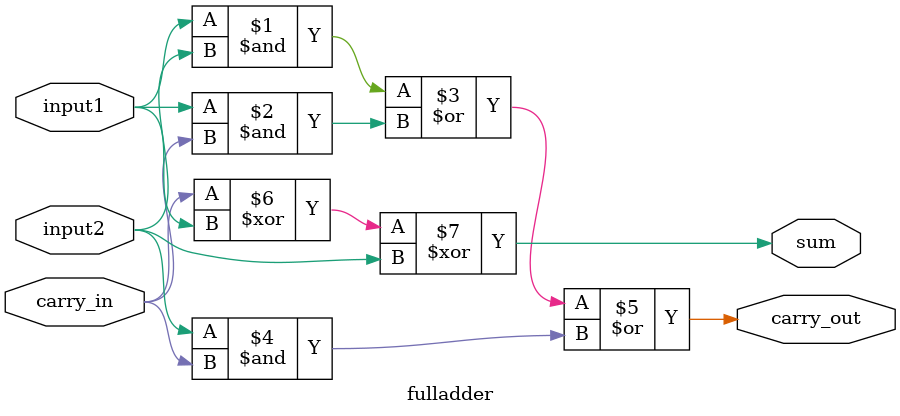
<source format=v>
`timescale 1ns / 1ps

// Revision: 
// Revision 0.01 - File Created
// Additional Comments: 
//
//	A full adder that takes two inputs and a carry_in, gives out a sum and a carry_out. This module will be
//	building block of a sixteen bit adder.
//
//////////////////////////////////////////////////////////////////////////////////
module fulladder(
    input input1,
    input input2,
    input carry_in,
    output carry_out,
    output sum
    );

assign carry_out= (input1 & input2) | (input1 & carry_in) | (input2 & carry_in);
assign sum = (carry_in ^ input1 ^ input2);

endmodule

</source>
